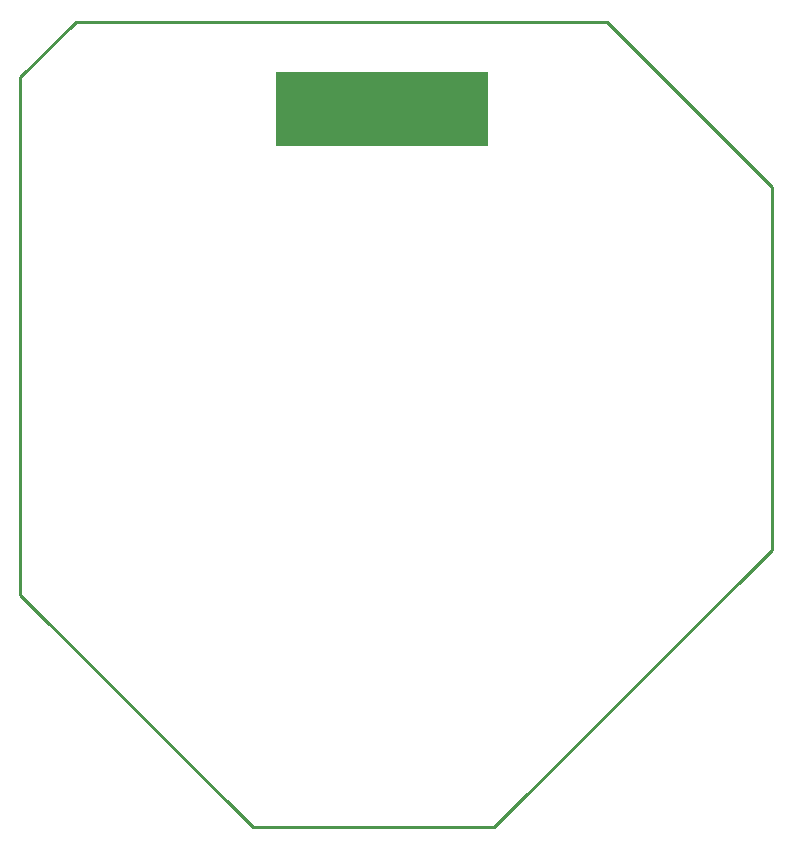
<source format=gbr>
%TF.GenerationSoftware,Altium Limited,Altium Designer,22.1.2 (22)*%
G04 Layer_Color=16711935*
%FSLAX45Y45*%
%MOMM*%
%TF.SameCoordinates,487542E7-F005-4C77-86B1-A0AEE8F943D7*%
%TF.FilePolarity,Positive*%
%TF.FileFunction,Keep-out,Top*%
%TF.Part,Single*%
G01*
G75*
%TA.AperFunction,NonConductor*%
%ADD49C,0.25400*%
%ADD63R,18.00000X6.30000*%
D49*
X6565900Y8509000D02*
Y8864600D01*
X7035800Y9334500D01*
X7061200D01*
X6565900Y4483100D02*
Y8509000D01*
Y4483100D02*
X8534400Y2514600D01*
X10579100D01*
X12928600Y4864100D01*
Y7937500D01*
X11531600Y9334500D02*
X12928600Y7937500D01*
X7061200Y9334500D02*
X11531600D01*
D63*
X9625700Y8595100D02*
D03*
D03*
%TF.MD5,faa9abdd78b7dfdbe9ec6af007adb748*%
M02*

</source>
